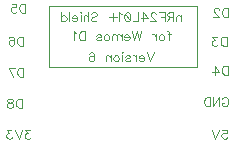
<source format=gbr>
G04 DipTrace 3.1.0.1*
G04 BottomSilk.gbr*
%MOIN*%
G04 #@! TF.FileFunction,Legend,Bot*
G04 #@! TF.Part,Single*
%ADD14C,0.003937*%
%ADD27C,0.004632*%
%FSLAX26Y26*%
G04*
G70*
G90*
G75*
G01*
G04 BotSilk*
%LPD*%
X658661Y862205D2*
D14*
X1152362D1*
Y661024D1*
X658661D1*
Y862205D1*
X596642Y450849D2*
D27*
X580891D1*
X589480Y439375D1*
X585168D1*
X582317Y437949D1*
X580891Y436524D1*
X579432Y432212D1*
Y429361D1*
X580891Y425050D1*
X583743Y422164D1*
X588054Y420739D1*
X592365D1*
X596642Y422164D1*
X598068Y423624D1*
X599528Y426476D1*
X570168Y450883D2*
X558694Y420739D1*
X547220Y450883D1*
X535071Y450849D2*
X519320D1*
X527909Y439375D1*
X523597D1*
X520746Y437949D1*
X519320Y436524D1*
X517861Y432212D1*
Y429361D1*
X519320Y425050D1*
X522172Y422164D1*
X526483Y420739D1*
X530794D1*
X535071Y422164D1*
X536497Y423624D1*
X537957Y426476D1*
X1236580Y552720D2*
X1238006Y555572D1*
X1240891Y558457D1*
X1243743Y559883D1*
X1249480D1*
X1252365Y558457D1*
X1255216Y555572D1*
X1256676Y552720D1*
X1258102Y548409D1*
Y541212D1*
X1256676Y536935D1*
X1255216Y534050D1*
X1252365Y531198D1*
X1249480Y529739D1*
X1243743D1*
X1240891Y531198D1*
X1238006Y534050D1*
X1236580Y536935D1*
Y541212D1*
X1243743D1*
X1207220Y559883D2*
Y529739D1*
X1227316Y559883D1*
Y529739D1*
X1197957Y559883D2*
Y529739D1*
X1187909D1*
X1183597Y531198D1*
X1180712Y534050D1*
X1179286Y536935D1*
X1177861Y541212D1*
Y548409D1*
X1179286Y552720D1*
X1180712Y555572D1*
X1183597Y558457D1*
X1187909Y559883D1*
X1197957D1*
X581816Y871883D2*
Y841739D1*
X571768D1*
X567457Y843198D1*
X564572Y846050D1*
X563146Y848935D1*
X561720Y853212D1*
Y860409D1*
X563146Y864720D1*
X564572Y867572D1*
X567457Y870457D1*
X571768Y871883D1*
X581816D1*
X535246Y871849D2*
X549571D1*
X550997Y858949D1*
X549571Y860375D1*
X545260Y861835D1*
X540983D1*
X536672Y860375D1*
X533786Y857524D1*
X532361Y853212D1*
Y850361D1*
X533786Y846050D1*
X536672Y843164D1*
X540983Y841739D1*
X545260D1*
X549571Y843164D1*
X550997Y844624D1*
X552457Y847476D1*
X573357Y761883D2*
Y731739D1*
X563309D1*
X558998Y733198D1*
X556113Y736050D1*
X554687Y738935D1*
X553261Y743212D1*
Y750409D1*
X554687Y754720D1*
X556113Y757572D1*
X558998Y760457D1*
X563309Y761883D1*
X573357D1*
X526786Y757572D2*
X528212Y760423D1*
X532523Y761849D1*
X535375D1*
X539686Y760423D1*
X542571Y756112D1*
X543997Y748949D1*
Y741787D1*
X542571Y736050D1*
X539686Y733164D1*
X535375Y731739D1*
X533949D1*
X529672Y733164D1*
X526786Y736050D1*
X525361Y740361D1*
Y741787D1*
X526786Y746098D1*
X529672Y748949D1*
X533949Y750375D1*
X535375D1*
X539686Y748949D1*
X542571Y746098D1*
X543997Y741787D1*
X574816Y657883D2*
Y627739D1*
X564768D1*
X560457Y629198D1*
X557572Y632050D1*
X556146Y634935D1*
X554720Y639212D1*
Y646409D1*
X556146Y650720D1*
X557572Y653572D1*
X560457Y656457D1*
X564768Y657883D1*
X574816D1*
X539720Y627739D2*
X525361Y657849D1*
X545457D1*
X569783Y554883D2*
Y524739D1*
X559735D1*
X555424Y526198D1*
X552539Y529050D1*
X551113Y531935D1*
X549687Y536212D1*
Y543409D1*
X551113Y547720D1*
X552539Y550572D1*
X555424Y553457D1*
X559735Y554883D1*
X569783D1*
X533260Y554849D2*
X537538Y553423D1*
X538997Y550572D1*
Y547686D1*
X537538Y544835D1*
X534686Y543375D1*
X528949Y541949D1*
X524638Y540524D1*
X521786Y537638D1*
X520361Y534787D1*
Y530476D1*
X521786Y527624D1*
X523212Y526164D1*
X527523Y524739D1*
X533260D1*
X537538Y526164D1*
X538997Y527624D1*
X540423Y530476D1*
Y534787D1*
X538997Y537638D1*
X536112Y540524D1*
X531834Y541949D1*
X526097Y543375D1*
X523212Y544835D1*
X521786Y547686D1*
Y550572D1*
X523212Y553423D1*
X527523Y554849D1*
X533260D1*
X1257816Y856883D2*
Y826739D1*
X1247768D1*
X1243457Y828198D1*
X1240572Y831050D1*
X1239146Y833935D1*
X1237720Y838212D1*
Y845409D1*
X1239146Y849720D1*
X1240572Y852572D1*
X1243457Y855457D1*
X1247768Y856883D1*
X1257816D1*
X1226997Y849686D2*
Y851112D1*
X1225571Y853997D1*
X1224145Y855423D1*
X1221260Y856849D1*
X1215523D1*
X1212672Y855423D1*
X1211246Y853997D1*
X1209786Y851112D1*
Y848260D1*
X1211246Y845375D1*
X1214097Y841098D1*
X1228457Y826739D1*
X1208361D1*
X1252316Y761119D2*
Y730975D1*
X1242268D1*
X1237957Y732434D1*
X1235072Y735286D1*
X1233646Y738171D1*
X1232220Y742449D1*
Y749645D1*
X1233646Y753956D1*
X1235072Y756808D1*
X1237957Y759693D1*
X1242268Y761119D1*
X1252316D1*
X1220071Y761086D2*
X1204320D1*
X1212909Y749612D1*
X1208597D1*
X1205746Y748186D1*
X1204320Y746760D1*
X1202861Y742449D1*
Y739597D1*
X1204320Y735286D1*
X1207172Y732401D1*
X1211483Y730975D1*
X1215794D1*
X1220071Y732401D1*
X1221497Y733860D1*
X1222957Y736712D1*
X1255993Y664883D2*
Y634739D1*
X1245945D1*
X1241634Y636198D1*
X1238749Y639050D1*
X1237323Y641935D1*
X1235897Y646212D1*
Y653409D1*
X1237323Y657720D1*
X1238749Y660572D1*
X1241634Y663457D1*
X1245945Y664883D1*
X1255993D1*
X1212274Y634739D2*
Y664849D1*
X1226633Y644787D1*
X1205111D1*
X1237788Y451849D2*
X1252114D1*
X1253540Y438949D1*
X1252114Y440375D1*
X1247803Y441835D1*
X1243525D1*
X1239214Y440375D1*
X1236329Y437524D1*
X1234903Y433212D1*
Y430361D1*
X1236329Y426050D1*
X1239214Y423164D1*
X1243525Y421739D1*
X1247803D1*
X1252114Y423164D1*
X1253540Y424624D1*
X1254999Y427476D1*
X1225639Y451883D2*
X1214165Y421739D1*
X1202691Y451883D1*
X1009824Y709473D2*
X998350Y679329D1*
X986876Y709473D1*
X977613Y690803D2*
X960402D1*
Y693688D1*
X961828Y696573D1*
X963254Y697999D1*
X966139Y699425D1*
X970450D1*
X973302Y697999D1*
X976187Y695114D1*
X977613Y690803D1*
Y687951D1*
X976187Y683640D1*
X973302Y680788D1*
X970450Y679329D1*
X966139D1*
X963254Y680788D1*
X960402Y683640D1*
X951138Y699425D2*
Y679329D1*
Y690803D2*
X949679Y695114D1*
X946827Y697999D1*
X943942Y699425D1*
X939631D1*
X914582Y695114D2*
X916008Y697999D1*
X920319Y699425D1*
X924630D1*
X928941Y697999D1*
X930367Y695114D1*
X928941Y692262D1*
X926056Y690803D1*
X918893Y689377D1*
X916008Y687951D1*
X914582Y685066D1*
Y683640D1*
X916008Y680788D1*
X920319Y679329D1*
X924630D1*
X928941Y680788D1*
X930367Y683640D1*
X905319Y709473D2*
X903893Y708047D1*
X902434Y709473D1*
X903893Y710932D1*
X905319Y709473D1*
X903893Y699425D2*
Y679329D1*
X886007Y699425D2*
X888859Y697999D1*
X891744Y695114D1*
X893170Y690803D1*
Y687951D1*
X891744Y683640D1*
X888859Y680788D1*
X886007Y679329D1*
X881696D1*
X878811Y680788D1*
X875959Y683640D1*
X874500Y687951D1*
Y690803D1*
X875959Y695114D1*
X878811Y697999D1*
X881696Y699425D1*
X886007D1*
X865237D2*
Y679329D1*
Y693688D2*
X860926Y697999D1*
X858041Y699425D1*
X853763D1*
X850878Y697999D1*
X849452Y693688D1*
Y679329D1*
X793817Y705162D2*
X795243Y708014D1*
X799554Y709440D1*
X802406D1*
X806717Y708014D1*
X809602Y703703D1*
X811028Y696540D1*
Y689377D1*
X809602Y683640D1*
X806717Y680755D1*
X802406Y679329D1*
X800980D1*
X796702Y680755D1*
X793817Y683640D1*
X792391Y687951D1*
Y689377D1*
X793817Y693688D1*
X796702Y696540D1*
X800980Y697966D1*
X802406D1*
X806717Y696540D1*
X809602Y693688D1*
X811028Y689377D1*
X1100275Y832585D2*
Y812489D1*
Y826848D2*
X1095964Y831159D1*
X1093079Y832585D1*
X1088801D1*
X1085916Y831159D1*
X1084490Y826848D1*
Y812489D1*
X1075227Y828274D2*
X1062327D1*
X1058016Y829733D1*
X1056556Y831159D1*
X1055131Y834011D1*
Y836896D1*
X1056556Y839748D1*
X1058016Y841207D1*
X1062327Y842633D1*
X1075227D1*
Y812489D1*
X1065179Y828274D2*
X1055131Y812489D1*
X1027197Y842633D2*
X1045867D1*
Y812489D1*
Y828274D2*
X1034393D1*
X1016474Y835437D2*
Y836863D1*
X1015048Y839748D1*
X1013622Y841174D1*
X1010737Y842600D1*
X1005000D1*
X1002148Y841174D1*
X1000722Y839748D1*
X999263Y836863D1*
Y834011D1*
X1000722Y831126D1*
X1003574Y826848D1*
X1017933Y812489D1*
X997837D1*
X974215D2*
Y842600D1*
X988574Y822537D1*
X967052D1*
X957788Y842633D2*
Y812489D1*
X940577D1*
X922692Y842600D2*
X927003Y841174D1*
X929888Y836863D1*
X931314Y829700D1*
Y825389D1*
X929888Y818226D1*
X927003Y813915D1*
X922692Y812489D1*
X919840D1*
X915529Y813915D1*
X912677Y818226D1*
X911218Y825389D1*
Y829700D1*
X912677Y836863D1*
X915529Y841174D1*
X919840Y842600D1*
X922692D1*
X912677Y836863D2*
X929888Y818226D1*
X901954Y836863D2*
X899069Y838322D1*
X894758Y842600D1*
Y812489D1*
X872595Y840461D2*
Y814628D1*
X885495Y827528D2*
X859662D1*
X801142Y838322D2*
X803993Y841207D1*
X808304Y842633D1*
X814041D1*
X818352Y841207D1*
X821238Y838322D1*
Y835470D1*
X819778Y832585D1*
X818352Y831159D1*
X815501Y829733D1*
X806879Y826848D1*
X803993Y825422D1*
X802568Y823963D1*
X801142Y821111D1*
Y816800D1*
X803993Y813948D1*
X808304Y812489D1*
X814041D1*
X818352Y813948D1*
X821238Y816800D1*
X791878Y842633D2*
Y812489D1*
Y826848D2*
X787567Y831159D1*
X784682Y832585D1*
X780371D1*
X777519Y831159D1*
X776093Y826848D1*
Y812489D1*
X766829Y842633D2*
X765404Y841207D1*
X763944Y842633D1*
X765404Y844092D1*
X766829Y842633D1*
X765404Y832585D2*
Y812489D1*
X754681Y823963D2*
X737470D1*
Y826848D1*
X738896Y829733D1*
X740322Y831159D1*
X743207Y832585D1*
X747518D1*
X750370Y831159D1*
X753255Y828274D1*
X754681Y823963D1*
Y821111D1*
X753255Y816800D1*
X750370Y813948D1*
X747518Y812489D1*
X743207D1*
X740322Y813948D1*
X737470Y816800D1*
X728206Y842633D2*
Y812489D1*
X701732Y842633D2*
Y812489D1*
Y828274D2*
X704584Y831159D1*
X707469Y832585D1*
X711780D1*
X714632Y831159D1*
X717517Y828274D1*
X718943Y823963D1*
Y821111D1*
X717517Y816800D1*
X714632Y813948D1*
X711780Y812489D1*
X707469D1*
X704584Y813948D1*
X701732Y816800D1*
X1053826Y778854D2*
X1056678D1*
X1059563Y777428D1*
X1060989Y773117D1*
Y748710D1*
X1065300Y768806D2*
X1055252D1*
X1037400D2*
X1040252Y767380D1*
X1043137Y764495D1*
X1044563Y760184D1*
Y757332D1*
X1043137Y753021D1*
X1040252Y750169D1*
X1037400Y748710D1*
X1033089D1*
X1030204Y750169D1*
X1027352Y753021D1*
X1025893Y757332D1*
Y760184D1*
X1027352Y764495D1*
X1030204Y767380D1*
X1033089Y768806D1*
X1037400D1*
X1016629D2*
Y748710D1*
Y760184D2*
X1015170Y764495D1*
X1012318Y767380D1*
X1009433Y768806D1*
X1005122D1*
X966698Y778854D2*
X959502Y748710D1*
X952339Y778854D1*
X945176Y748710D1*
X937980Y778854D1*
X928716Y760184D2*
X911505D1*
Y763069D1*
X912931Y765954D1*
X914357Y767380D1*
X917242Y768806D1*
X921553D1*
X924405Y767380D1*
X927290Y764495D1*
X928716Y760184D1*
Y757332D1*
X927290Y753021D1*
X924405Y750169D1*
X921553Y748710D1*
X917242D1*
X914357Y750169D1*
X911505Y753021D1*
X902242Y768806D2*
Y748710D1*
Y763069D2*
X897931Y767380D1*
X895046Y768806D1*
X890768D1*
X887883Y767380D1*
X886457Y763069D1*
Y748710D1*
Y763069D2*
X882146Y767380D1*
X879261Y768806D1*
X874983D1*
X872098Y767380D1*
X870639Y763069D1*
Y748710D1*
X854212Y768806D2*
X857064Y767380D1*
X859949Y764495D1*
X861375Y760184D1*
Y757332D1*
X859949Y753021D1*
X857064Y750169D1*
X854212Y748710D1*
X849901D1*
X847016Y750169D1*
X844164Y753021D1*
X842705Y757332D1*
Y760184D1*
X844164Y764495D1*
X847016Y767380D1*
X849901Y768806D1*
X854212D1*
X817657Y764495D2*
X819083Y767380D1*
X823394Y768806D1*
X827705D1*
X832016Y767380D1*
X833442Y764495D1*
X832016Y761643D1*
X829131Y760184D1*
X821968Y758758D1*
X819083Y757332D1*
X817657Y754447D1*
Y753021D1*
X819083Y750169D1*
X823394Y748710D1*
X827705D1*
X832016Y750169D1*
X833442Y753021D1*
X779232Y778854D2*
Y748710D1*
X769184D1*
X764873Y750169D1*
X761988Y753021D1*
X760562Y755906D1*
X759136Y760184D1*
Y767380D1*
X760562Y771691D1*
X761988Y774543D1*
X764873Y777428D1*
X769184Y778854D1*
X779232D1*
X749873Y773084D2*
X746988Y774543D1*
X742677Y778820D1*
Y748710D1*
M02*

</source>
